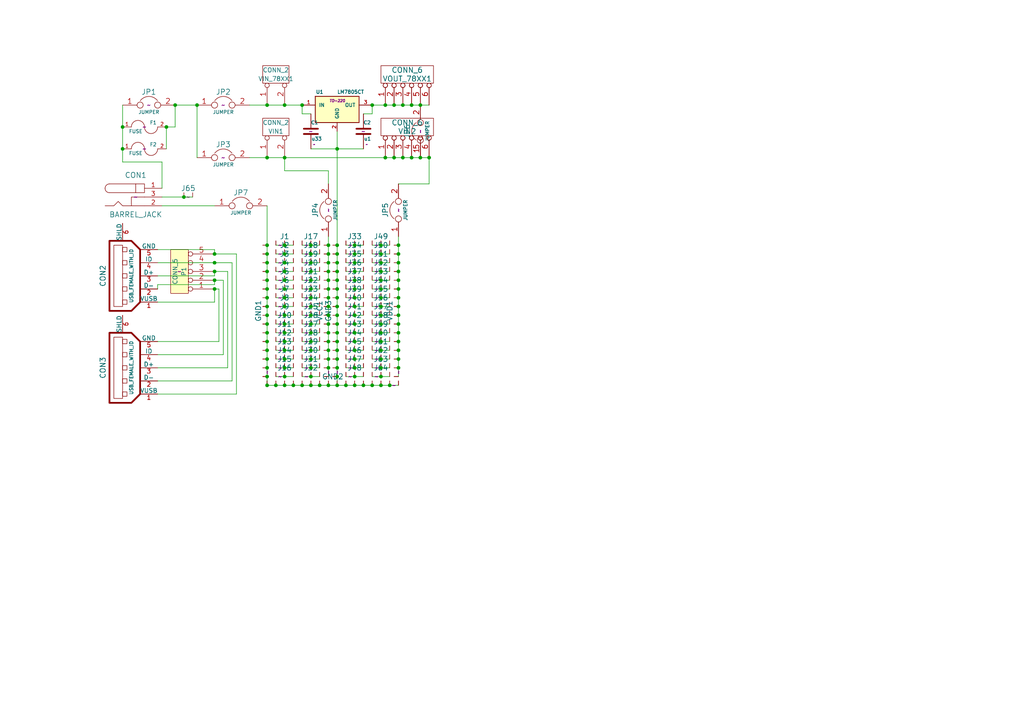
<source format=kicad_sch>
(kicad_sch (version 20230121) (generator eeschema)
  (paper "A4")
  (title_block (date "21 sep 2014"))
  (junction (at 90.17 86.36))
  (junction (at 77.47 86.36))
  (junction (at 90.17 101.6))
  (junction (at 95.25 96.52))
  (junction (at 90.17 83.82))
  (junction (at 90.17 78.74))
  (junction (at 77.47 76.2))
  (junction (at 82.55 45.72))
  (junction (at 77.47 104.14))
  (junction (at 110.49 81.28))
  (junction (at 102.87 91.44))
  (junction (at 95.25 106.68))
  (junction (at 110.49 106.68))
  (junction (at 90.17 111.76))
  (junction (at 107.95 30.48))
  (junction (at 90.17 106.68))
  (junction (at 62.23 81.28))
  (junction (at 110.49 78.74))
  (junction (at 90.17 93.98))
  (junction (at 102.87 104.14))
  (junction (at 82.55 83.82))
  (junction (at 97.79 88.9))
  (junction (at 110.49 99.06))
  (junction (at 115.57 106.68))
  (junction (at 77.47 83.82))
  (junction (at 80.01 111.76))
  (junction (at 77.47 88.9))
  (junction (at 102.87 86.36))
  (junction (at 110.49 93.98))
  (junction (at 62.23 73.66))
  (junction (at 110.49 91.44))
  (junction (at 97.79 109.22))
  (junction (at 102.87 101.6))
  (junction (at 115.57 83.82))
  (junction (at 115.57 88.9))
  (junction (at 110.49 96.52))
  (junction (at 102.87 83.82))
  (junction (at 35.56 36.83))
  (junction (at 116.84 30.48))
  (junction (at 97.79 86.36))
  (junction (at 85.09 111.76))
  (junction (at 82.55 30.48))
  (junction (at 111.76 30.48))
  (junction (at 77.47 93.98))
  (junction (at 97.79 83.82))
  (junction (at 100.33 111.76))
  (junction (at 102.87 81.28))
  (junction (at 97.79 73.66))
  (junction (at 115.57 101.6))
  (junction (at 35.56 43.18))
  (junction (at 53.34 57.15))
  (junction (at 102.87 111.76))
  (junction (at 102.87 88.9))
  (junction (at 110.49 101.6))
  (junction (at 110.49 76.2))
  (junction (at 90.17 96.52))
  (junction (at 82.55 104.14))
  (junction (at 82.55 88.9))
  (junction (at 113.03 111.76))
  (junction (at 87.63 111.76))
  (junction (at 97.79 101.6))
  (junction (at 115.57 73.66))
  (junction (at 77.47 30.48))
  (junction (at 90.17 81.28))
  (junction (at 82.55 101.6))
  (junction (at 107.95 111.76))
  (junction (at 115.57 93.98))
  (junction (at 82.55 106.68))
  (junction (at 92.71 111.76))
  (junction (at 97.79 43.18))
  (junction (at 48.26 36.83))
  (junction (at 110.49 104.14))
  (junction (at 114.3 45.72))
  (junction (at 62.23 78.74))
  (junction (at 102.87 96.52))
  (junction (at 110.49 88.9))
  (junction (at 82.55 111.76))
  (junction (at 110.49 86.36))
  (junction (at 95.25 99.06))
  (junction (at 82.55 109.22))
  (junction (at 102.87 71.12))
  (junction (at 77.47 111.76))
  (junction (at 90.17 91.44))
  (junction (at 121.92 45.72))
  (junction (at 95.25 111.76))
  (junction (at 115.57 81.28))
  (junction (at 102.87 93.98))
  (junction (at 114.3 30.48))
  (junction (at 82.55 93.98))
  (junction (at 77.47 91.44))
  (junction (at 97.79 71.12))
  (junction (at 77.47 99.06))
  (junction (at 77.47 101.6))
  (junction (at 110.49 109.22))
  (junction (at 95.25 71.12))
  (junction (at 102.87 73.66))
  (junction (at 77.47 73.66))
  (junction (at 110.49 111.76))
  (junction (at 105.41 111.76))
  (junction (at 102.87 76.2))
  (junction (at 77.47 71.12))
  (junction (at 111.76 45.72))
  (junction (at 95.25 78.74))
  (junction (at 102.87 78.74))
  (junction (at 82.55 81.28))
  (junction (at 97.79 104.14))
  (junction (at 90.17 109.22))
  (junction (at 95.25 83.82))
  (junction (at 115.57 78.74))
  (junction (at 115.57 86.36))
  (junction (at 97.79 78.74))
  (junction (at 77.47 81.28))
  (junction (at 77.47 106.68))
  (junction (at 90.17 73.66))
  (junction (at 97.79 93.98))
  (junction (at 90.17 104.14))
  (junction (at 97.79 99.06))
  (junction (at 115.57 104.14))
  (junction (at 110.49 83.82))
  (junction (at 102.87 106.68))
  (junction (at 77.47 78.74))
  (junction (at 121.92 30.48))
  (junction (at 82.55 76.2))
  (junction (at 102.87 99.06))
  (junction (at 115.57 71.12))
  (junction (at 110.49 71.12))
  (junction (at 57.15 30.48))
  (junction (at 102.87 109.22))
  (junction (at 90.17 71.12))
  (junction (at 95.25 88.9))
  (junction (at 119.38 30.48))
  (junction (at 62.23 83.82))
  (junction (at 97.79 106.68))
  (junction (at 97.79 76.2))
  (junction (at 97.79 81.28))
  (junction (at 95.25 73.66))
  (junction (at 87.63 30.48))
  (junction (at 95.25 91.44))
  (junction (at 97.79 111.76))
  (junction (at 90.17 76.2))
  (junction (at 50.8 30.48))
  (junction (at 116.84 45.72))
  (junction (at 97.79 96.52))
  (junction (at 95.25 81.28))
  (junction (at 115.57 76.2))
  (junction (at 82.55 86.36))
  (junction (at 77.47 45.72))
  (junction (at 77.47 96.52))
  (junction (at 82.55 73.66))
  (junction (at 95.25 86.36))
  (junction (at 115.57 96.52))
  (junction (at 90.17 99.06))
  (junction (at 82.55 71.12))
  (junction (at 95.25 76.2))
  (junction (at 97.79 91.44))
  (junction (at 95.25 101.6))
  (junction (at 95.25 93.98))
  (junction (at 90.17 88.9))
  (junction (at 77.47 109.22))
  (junction (at 110.49 73.66))
  (junction (at 115.57 91.44))
  (junction (at 115.57 99.06))
  (junction (at 95.25 104.14))
  (junction (at 82.55 78.74))
  (junction (at 82.55 91.44))
  (junction (at 62.23 76.2))
  (junction (at 82.55 99.06))
  (junction (at 82.55 96.52))
  (junction (at 119.38 45.72))
  (junction (at 124.46 45.72))
  (wire (pts (xy 119.38 45.72) (xy 116.84 45.72)))
  (wire (pts (xy 90.17 93.98) (xy 92.71 93.98)))
  (wire (pts (xy 90.17 91.44) (xy 92.71 91.44)))
  (wire (pts (xy 97.79 38.1) (xy 97.79 43.18)))
  (wire (pts (xy 62.23 83.82) (xy 63.5 83.82)))
  (wire (pts (xy 77.47 83.82) (xy 77.47 81.28)))
  (wire (pts (xy 100.33 106.68) (xy 102.87 106.68)))
  (wire (pts (xy 45.72 83.82) (xy 45.72 82.55)))
  (wire (pts (xy 114.3 45.72) (xy 111.76 45.72)))
  (wire (pts (xy 95.25 88.9) (xy 95.25 91.44)))
  (wire (pts (xy 87.63 93.98) (xy 90.17 93.98)))
  (wire (pts (xy 97.79 109.22) (xy 97.79 111.76)))
  (wire (pts (xy 97.79 91.44) (xy 97.79 93.98)))
  (wire (pts (xy 110.49 76.2) (xy 113.03 76.2)))
  (wire (pts (xy 95.25 106.68) (xy 95.25 109.22)))
  (wire (pts (xy 77.47 104.14) (xy 77.47 101.6)))
  (wire (pts (xy 97.79 93.98) (xy 97.79 96.52)))
  (wire (pts (xy 102.87 73.66) (xy 105.41 73.66)))
  (wire (pts (xy 87.63 109.22) (xy 90.17 109.22)))
  (wire (pts (xy 87.63 30.48) (xy 87.63 33.02)))
  (wire (pts (xy 102.87 104.14) (xy 105.41 104.14)))
  (wire (pts (xy 110.49 106.68) (xy 113.03 106.68)))
  (wire (pts (xy 62.23 80.01) (xy 62.23 78.74)))
  (wire (pts (xy 105.41 33.02) (xy 107.95 33.02)))
  (wire (pts (xy 100.33 96.52) (xy 102.87 96.52)))
  (wire (pts (xy 102.87 111.76) (xy 105.41 111.76)))
  (wire (pts (xy 57.15 30.48) (xy 57.15 45.72)))
  (wire (pts (xy 80.01 86.36) (xy 82.55 86.36)))
  (wire (pts (xy 35.56 46.99) (xy 46.99 46.99)))
  (wire (pts (xy 64.77 102.87) (xy 64.77 81.28)))
  (wire (pts (xy 82.55 81.28) (xy 85.09 81.28)))
  (wire (pts (xy 82.55 109.22) (xy 85.09 109.22)))
  (wire (pts (xy 107.95 99.06) (xy 110.49 99.06)))
  (wire (pts (xy 102.87 109.22) (xy 105.41 109.22)))
  (wire (pts (xy 116.84 30.48) (xy 119.38 30.48)))
  (wire (pts (xy 97.79 111.76) (xy 100.33 111.76)))
  (wire (pts (xy 115.57 93.98) (xy 115.57 96.52)))
  (wire (pts (xy 80.01 73.66) (xy 82.55 73.66)))
  (wire (pts (xy 45.72 87.63) (xy 62.23 87.63)))
  (wire (pts (xy 107.95 30.48) (xy 111.76 30.48)))
  (wire (pts (xy 77.47 91.44) (xy 77.47 88.9)))
  (wire (pts (xy 102.87 88.9) (xy 105.41 88.9)))
  (wire (pts (xy 107.95 104.14) (xy 110.49 104.14)))
  (wire (pts (xy 77.47 111.76) (xy 77.47 109.22)))
  (wire (pts (xy 119.38 30.48) (xy 121.92 30.48)))
  (wire (pts (xy 90.17 96.52) (xy 92.71 96.52)))
  (wire (pts (xy 102.87 101.6) (xy 105.41 101.6)))
  (wire (pts (xy 107.95 109.22) (xy 110.49 109.22)))
  (wire (pts (xy 62.23 76.2) (xy 67.31 76.2)))
  (wire (pts (xy 110.49 101.6) (xy 113.03 101.6)))
  (wire (pts (xy 87.63 91.44) (xy 90.17 91.44)))
  (wire (pts (xy 110.49 91.44) (xy 113.03 91.44)))
  (wire (pts (xy 97.79 71.12) (xy 97.79 73.66)))
  (wire (pts (xy 97.79 43.18) (xy 105.41 43.18)))
  (wire (pts (xy 100.33 86.36) (xy 102.87 86.36)))
  (wire (pts (xy 82.55 30.48) (xy 87.63 30.48)))
  (wire (pts (xy 95.25 81.28) (xy 95.25 83.82)))
  (wire (pts (xy 45.72 72.39) (xy 62.23 72.39)))
  (wire (pts (xy 82.55 49.53) (xy 95.25 49.53)))
  (wire (pts (xy 110.49 99.06) (xy 113.03 99.06)))
  (wire (pts (xy 115.57 91.44) (xy 115.57 93.98)))
  (wire (pts (xy 97.79 76.2) (xy 97.79 78.74)))
  (wire (pts (xy 95.25 96.52) (xy 95.25 99.06)))
  (wire (pts (xy 82.55 78.74) (xy 85.09 78.74)))
  (wire (pts (xy 124.46 53.34) (xy 124.46 45.72)))
  (wire (pts (xy 100.33 111.76) (xy 102.87 111.76)))
  (wire (pts (xy 115.57 81.28) (xy 115.57 83.82)))
  (wire (pts (xy 100.33 109.22) (xy 102.87 109.22)))
  (wire (pts (xy 110.49 111.76) (xy 113.03 111.76)))
  (wire (pts (xy 107.95 96.52) (xy 110.49 96.52)))
  (wire (pts (xy 90.17 81.28) (xy 92.71 81.28)))
  (wire (pts (xy 100.33 101.6) (xy 102.87 101.6)))
  (wire (pts (xy 102.87 96.52) (xy 105.41 96.52)))
  (wire (pts (xy 107.95 81.28) (xy 110.49 81.28)))
  (wire (pts (xy 87.63 111.76) (xy 90.17 111.76)))
  (wire (pts (xy 77.47 111.76) (xy 80.01 111.76)))
  (wire (pts (xy 87.63 73.66) (xy 90.17 73.66)))
  (wire (pts (xy 107.95 73.66) (xy 110.49 73.66)))
  (wire (pts (xy 102.87 86.36) (xy 105.41 86.36)))
  (wire (pts (xy 45.72 99.06) (xy 63.5 99.06)))
  (wire (pts (xy 62.23 82.55) (xy 62.23 81.28)))
  (wire (pts (xy 110.49 104.14) (xy 113.03 104.14)))
  (wire (pts (xy 80.01 109.22) (xy 82.55 109.22)))
  (wire (pts (xy 107.95 86.36) (xy 110.49 86.36)))
  (wire (pts (xy 110.49 83.82) (xy 113.03 83.82)))
  (wire (pts (xy 107.95 111.76) (xy 110.49 111.76)))
  (wire (pts (xy 82.55 104.14) (xy 85.09 104.14)))
  (wire (pts (xy 97.79 86.36) (xy 97.79 88.9)))
  (wire (pts (xy 97.79 73.66) (xy 97.79 76.2)))
  (wire (pts (xy 107.95 78.74) (xy 110.49 78.74)))
  (wire (pts (xy 110.49 96.52) (xy 113.03 96.52)))
  (wire (pts (xy 116.84 45.72) (xy 114.3 45.72)))
  (wire (pts (xy 107.95 88.9) (xy 110.49 88.9)))
  (wire (pts (xy 82.55 71.12) (xy 85.09 71.12)))
  (wire (pts (xy 80.01 71.12) (xy 82.55 71.12)))
  (wire (pts (xy 105.41 111.76) (xy 107.95 111.76)))
  (wire (pts (xy 90.17 106.68) (xy 92.71 106.68)))
  (wire (pts (xy 92.71 111.76) (xy 95.25 111.76)))
  (wire (pts (xy 77.47 109.22) (xy 77.47 106.68)))
  (wire (pts (xy 124.46 53.34) (xy 115.57 53.34)))
  (wire (pts (xy 95.25 111.76) (xy 97.79 111.76)))
  (wire (pts (xy 45.72 80.01) (xy 62.23 80.01)))
  (wire (pts (xy 62.23 72.39) (xy 62.23 73.66)))
  (wire (pts (xy 100.33 71.12) (xy 102.87 71.12)))
  (wire (pts (xy 124.46 45.72) (xy 121.92 45.72)))
  (wire (pts (xy 90.17 83.82) (xy 92.71 83.82)))
  (wire (pts (xy 102.87 71.12) (xy 105.41 71.12)))
  (wire (pts (xy 107.95 33.02) (xy 107.95 30.48)))
  (wire (pts (xy 102.87 91.44) (xy 105.41 91.44)))
  (wire (pts (xy 66.04 106.68) (xy 66.04 78.74)))
  (wire (pts (xy 95.25 78.74) (xy 95.25 81.28)))
  (wire (pts (xy 64.77 81.28) (xy 62.23 81.28)))
  (wire (pts (xy 107.95 71.12) (xy 110.49 71.12)))
  (wire (pts (xy 102.87 83.82) (xy 105.41 83.82)))
  (wire (pts (xy 46.99 46.99) (xy 46.99 54.61)))
  (wire (pts (xy 82.55 111.76) (xy 85.09 111.76)))
  (wire (pts (xy 95.25 93.98) (xy 95.25 96.52)))
  (wire (pts (xy 90.17 43.18) (xy 97.79 43.18)))
  (wire (pts (xy 115.57 78.74) (xy 115.57 81.28)))
  (wire (pts (xy 90.17 86.36) (xy 92.71 86.36)))
  (wire (pts (xy 115.57 76.2) (xy 115.57 78.74)))
  (wire (pts (xy 90.17 101.6) (xy 92.71 101.6)))
  (wire (pts (xy 67.31 110.49) (xy 45.72 110.49)))
  (wire (pts (xy 102.87 76.2) (xy 105.41 76.2)))
  (wire (pts (xy 110.49 71.12) (xy 113.03 71.12)))
  (wire (pts (xy 102.87 93.98) (xy 105.41 93.98)))
  (wire (pts (xy 90.17 99.06) (xy 92.71 99.06)))
  (wire (pts (xy 95.25 104.14) (xy 95.25 106.68)))
  (wire (pts (xy 97.79 43.18) (xy 97.79 71.12)))
  (wire (pts (xy 102.87 81.28) (xy 105.41 81.28)))
  (wire (pts (xy 110.49 109.22) (xy 113.03 109.22)))
  (wire (pts (xy 80.01 88.9) (xy 82.55 88.9)))
  (wire (pts (xy 102.87 78.74) (xy 105.41 78.74)))
  (wire (pts (xy 77.47 30.48) (xy 82.55 30.48)))
  (wire (pts (xy 107.95 106.68) (xy 110.49 106.68)))
  (wire (pts (xy 80.01 81.28) (xy 82.55 81.28)))
  (wire (pts (xy 50.8 36.83) (xy 48.26 36.83)))
  (wire (pts (xy 82.55 45.72) (xy 82.55 49.53)))
  (wire (pts (xy 95.25 83.82) (xy 95.25 86.36)))
  (wire (pts (xy 82.55 45.72) (xy 77.47 45.72)))
  (wire (pts (xy 100.33 76.2) (xy 102.87 76.2)))
  (wire (pts (xy 82.55 106.68) (xy 85.09 106.68)))
  (wire (pts (xy 77.47 88.9) (xy 77.47 86.36)))
  (wire (pts (xy 100.33 88.9) (xy 102.87 88.9)))
  (wire (pts (xy 107.95 76.2) (xy 110.49 76.2)))
  (wire (pts (xy 110.49 73.66) (xy 113.03 73.66)))
  (wire (pts (xy 90.17 73.66) (xy 92.71 73.66)))
  (wire (pts (xy 72.39 30.48) (xy 77.47 30.48)))
  (wire (pts (xy 80.01 93.98) (xy 82.55 93.98)))
  (wire (pts (xy 82.55 83.82) (xy 85.09 83.82)))
  (wire (pts (xy 50.8 30.48) (xy 57.15 30.48)))
  (wire (pts (xy 121.92 45.72) (xy 119.38 45.72)))
  (wire (pts (xy 87.63 106.68) (xy 90.17 106.68)))
  (wire (pts (xy 80.01 78.74) (xy 82.55 78.74)))
  (wire (pts (xy 68.58 114.3) (xy 68.58 73.66)))
  (wire (pts (xy 110.49 78.74) (xy 113.03 78.74)))
  (wire (pts (xy 115.57 106.68) (xy 115.57 109.22)))
  (wire (pts (xy 87.63 81.28) (xy 90.17 81.28)))
  (wire (pts (xy 82.55 101.6) (xy 85.09 101.6)))
  (wire (pts (xy 90.17 104.14) (xy 92.71 104.14)))
  (wire (pts (xy 111.76 30.48) (xy 114.3 30.48)))
  (wire (pts (xy 110.49 88.9) (xy 113.03 88.9)))
  (wire (pts (xy 77.47 86.36) (xy 77.47 83.82)))
  (wire (pts (xy 100.33 78.74) (xy 102.87 78.74)))
  (wire (pts (xy 115.57 73.66) (xy 115.57 76.2)))
  (wire (pts (xy 80.01 91.44) (xy 82.55 91.44)))
  (wire (pts (xy 77.47 76.2) (xy 77.47 73.66)))
  (wire (pts (xy 63.5 99.06) (xy 63.5 83.82)))
  (wire (pts (xy 45.72 76.2) (xy 62.23 76.2)))
  (wire (pts (xy 87.63 33.02) (xy 90.17 33.02)))
  (wire (pts (xy 110.49 81.28) (xy 113.03 81.28)))
  (wire (pts (xy 35.56 43.18) (xy 35.56 46.99)))
  (wire (pts (xy 90.17 109.22) (xy 92.71 109.22)))
  (wire (pts (xy 97.79 101.6) (xy 97.79 104.14)))
  (wire (pts (xy 87.63 99.06) (xy 90.17 99.06)))
  (wire (pts (xy 115.57 101.6) (xy 115.57 104.14)))
  (wire (pts (xy 107.95 101.6) (xy 110.49 101.6)))
  (wire (pts (xy 90.17 78.74) (xy 92.71 78.74)))
  (wire (pts (xy 100.33 81.28) (xy 102.87 81.28)))
  (wire (pts (xy 115.57 99.06) (xy 115.57 101.6)))
  (wire (pts (xy 100.33 104.14) (xy 102.87 104.14)))
  (wire (pts (xy 87.63 71.12) (xy 90.17 71.12)))
  (wire (pts (xy 50.8 30.48) (xy 50.8 36.83)))
  (wire (pts (xy 87.63 86.36) (xy 90.17 86.36)))
  (wire (pts (xy 113.03 111.76) (xy 115.57 111.76)))
  (wire (pts (xy 110.49 93.98) (xy 113.03 93.98)))
  (wire (pts (xy 80.01 96.52) (xy 82.55 96.52)))
  (wire (pts (xy 80.01 106.68) (xy 82.55 106.68)))
  (wire (pts (xy 100.33 99.06) (xy 102.87 99.06)))
  (wire (pts (xy 97.79 96.52) (xy 97.79 99.06)))
  (wire (pts (xy 114.3 30.48) (xy 116.84 30.48)))
  (wire (pts (xy 77.47 45.72) (xy 72.39 45.72)))
  (wire (pts (xy 67.31 76.2) (xy 67.31 110.49)))
  (wire (pts (xy 97.79 106.68) (xy 97.79 109.22)))
  (wire (pts (xy 90.17 111.76) (xy 92.71 111.76)))
  (wire (pts (xy 82.55 93.98) (xy 85.09 93.98)))
  (wire (pts (xy 95.25 73.66) (xy 95.25 76.2)))
  (wire (pts (xy 87.63 88.9) (xy 90.17 88.9)))
  (wire (pts (xy 77.47 101.6) (xy 77.47 99.06)))
  (wire (pts (xy 111.76 45.72) (xy 82.55 45.72)))
  (wire (pts (xy 48.26 43.18) (xy 48.26 36.83)))
  (wire (pts (xy 80.01 99.06) (xy 82.55 99.06)))
  (wire (pts (xy 110.49 86.36) (xy 113.03 86.36)))
  (wire (pts (xy 121.92 30.48) (xy 124.46 30.48)))
  (wire (pts (xy 85.09 111.76) (xy 87.63 111.76)))
  (wire (pts (xy 77.47 78.74) (xy 77.47 76.2)))
  (wire (pts (xy 82.55 96.52) (xy 85.09 96.52)))
  (wire (pts (xy 97.79 88.9) (xy 97.79 91.44)))
  (wire (pts (xy 102.87 99.06) (xy 105.41 99.06)))
  (wire (pts (xy 82.55 88.9) (xy 85.09 88.9)))
  (wire (pts (xy 90.17 71.12) (xy 92.71 71.12)))
  (wire (pts (xy 95.25 91.44) (xy 95.25 93.98)))
  (wire (pts (xy 82.55 99.06) (xy 85.09 99.06)))
  (wire (pts (xy 97.79 78.74) (xy 97.79 81.28)))
  (wire (pts (xy 77.47 106.68) (xy 77.47 104.14)))
  (wire (pts (xy 100.33 93.98) (xy 102.87 93.98)))
  (wire (pts (xy 95.25 49.53) (xy 95.25 53.34)))
  (wire (pts (xy 87.63 76.2) (xy 90.17 76.2)))
  (wire (pts (xy 97.79 104.14) (xy 97.79 106.68)))
  (wire (pts (xy 45.72 114.3) (xy 68.58 114.3)))
  (wire (pts (xy 107.95 93.98) (xy 110.49 93.98)))
  (wire (pts (xy 90.17 88.9) (xy 92.71 88.9)))
  (wire (pts (xy 115.57 83.82) (xy 115.57 86.36)))
  (wire (pts (xy 77.47 96.52) (xy 77.47 93.98)))
  (wire (pts (xy 45.72 82.55) (xy 62.23 82.55)))
  (wire (pts (xy 46.99 59.69) (xy 62.23 59.69)))
  (wire (pts (xy 95.25 101.6) (xy 95.25 104.14)))
  (wire (pts (xy 100.33 83.82) (xy 102.87 83.82)))
  (wire (pts (xy 97.79 83.82) (xy 97.79 86.36)))
  (wire (pts (xy 115.57 96.52) (xy 115.57 99.06)))
  (wire (pts (xy 62.23 87.63) (xy 62.23 83.82)))
  (wire (pts (xy 35.56 36.83) (xy 35.56 43.18)))
  (wire (pts (xy 115.57 88.9) (xy 115.57 91.44)))
  (wire (pts (xy 97.79 99.06) (xy 97.79 101.6)))
  (wire (pts (xy 115.57 68.58) (xy 115.57 71.12)))
  (wire (pts (xy 66.04 106.68) (xy 45.72 106.68)))
  (wire (pts (xy 95.25 71.12) (xy 95.25 73.66)))
  (wire (pts (xy 77.47 71.12) (xy 77.47 59.69)))
  (wire (pts (xy 77.47 81.28) (xy 77.47 78.74)))
  (wire (pts (xy 80.01 111.76) (xy 82.55 111.76)))
  (wire (pts (xy 95.25 68.58) (xy 95.25 71.12)))
  (wire (pts (xy 100.33 73.66) (xy 102.87 73.66)))
  (wire (pts (xy 97.79 81.28) (xy 97.79 83.82)))
  (wire (pts (xy 68.58 73.66) (xy 62.23 73.66)))
  (wire (pts (xy 80.01 104.14) (xy 82.55 104.14)))
  (wire (pts (xy 80.01 76.2) (xy 82.55 76.2)))
  (wire (pts (xy 53.34 57.15) (xy 55.88 57.15)))
  (wire (pts (xy 95.25 76.2) (xy 95.25 78.74)))
  (wire (pts (xy 64.77 102.87) (xy 45.72 102.87)))
  (wire (pts (xy 87.63 104.14) (xy 90.17 104.14)))
  (wire (pts (xy 66.04 78.74) (xy 62.23 78.74)))
  (wire (pts (xy 77.47 99.06) (xy 77.47 96.52)))
  (wire (pts (xy 82.55 73.66) (xy 85.09 73.66)))
  (wire (pts (xy 46.99 57.15) (xy 53.34 57.15)))
  (wire (pts (xy 87.63 101.6) (xy 90.17 101.6)))
  (wire (pts (xy 115.57 71.12) (xy 115.57 73.66)))
  (wire (pts (xy 102.87 106.68) (xy 105.41 106.68)))
  (wire (pts (xy 77.47 73.66) (xy 77.47 71.12)))
  (wire (pts (xy 107.95 83.82) (xy 110.49 83.82)))
  (wire (pts (xy 80.01 83.82) (xy 82.55 83.82)))
  (wire (pts (xy 90.17 76.2) (xy 92.71 76.2)))
  (wire (pts (xy 100.33 91.44) (xy 102.87 91.44)))
  (wire (pts (xy 87.63 96.52) (xy 90.17 96.52)))
  (wire (pts (xy 87.63 78.74) (xy 90.17 78.74)))
  (wire (pts (xy 95.25 99.06) (xy 95.25 101.6)))
  (wire (pts (xy 82.55 91.44) (xy 85.09 91.44)))
  (wire (pts (xy 115.57 86.36) (xy 115.57 88.9)))
  (wire (pts (xy 82.55 76.2) (xy 85.09 76.2)))
  (wire (pts (xy 82.55 86.36) (xy 85.09 86.36)))
  (wire (pts (xy 87.63 83.82) (xy 90.17 83.82)))
  (wire (pts (xy 80.01 101.6) (xy 82.55 101.6)))
  (wire (pts (xy 77.47 93.98) (xy 77.47 91.44)))
  (wire (pts (xy 35.56 30.48) (xy 35.56 36.83)))
  (wire (pts (xy 115.57 104.14) (xy 115.57 106.68)))
  (wire (pts (xy 107.95 91.44) (xy 110.49 91.44)))
  (wire (pts (xy 95.25 86.36) (xy 95.25 88.9)))
  (symbol (lib_id "50x50_protoboard-rescue:INTERCONNECT_1X16") (at 77.47 90.17 90) (unit 1)
    (property "Reference" "GND1" (at 74.93 90.17 0) (effects (font (size 1.524 1.524))))
    (property "Value" "INTERCONNECT_1X16" (effects hide))
    (property "Footprint" "~" (at 77.47 107.95 0) (effects (font (size 1.524 1.524))))
    (property "Datasheet" "~" (at 77.47 107.95 0) (effects (font (size 1.524 1.524))))
  )
  (symbol (lib_id "50x50_protoboard-rescue:INTERCONNECT_1X16") (at 96.52 111.76 0) (mirror y) (unit 1)
    (property "Reference" "GND2" (at 96.52 109.22 0) (effects (font (size 1.524 1.524))))
    (property "Value" "INTERCONNECT_1X16" (effects hide))
    (property "Footprint" "~" (at 114.3 111.76 0) (effects (font (size 1.524 1.524))))
    (property "Datasheet" "~" (at 114.3 111.76 0) (effects (font (size 1.524 1.524))))
  )
  (symbol (lib_id "50x50_protoboard-rescue:INTERCONNECT_1X16") (at 115.57 90.17 90) (unit 1)
    (property "Reference" "VDD1" (at 113.03 90.17 0) (effects (font (size 1.524 1.524))))
    (property "Value" "INTERCONNECT_1X16" (effects hide))
    (property "Footprint" "~" (at 115.57 107.95 0) (effects (font (size 1.524 1.524))))
    (property "Datasheet" "~" (at 115.57 107.95 0) (effects (font (size 1.524 1.524))))
  )
  (symbol (lib_id "50x50_protoboard-rescue:INTERCONNECT_1X16") (at 95.25 90.17 90) (unit 1)
    (property "Reference" "VCC1" (at 92.71 90.17 0) (effects (font (size 1.524 1.524))))
    (property "Value" "INTERCONNECT_1X16" (effects hide))
    (property "Footprint" "~" (at 95.25 107.95 0) (effects (font (size 1.524 1.524))))
    (property "Datasheet" "~" (at 95.25 107.95 0) (effects (font (size 1.524 1.524))))
  )
  (symbol (lib_id "50x50_protoboard-rescue:INTERCONNECT_1X16") (at 97.79 90.17 90) (unit 1)
    (property "Reference" "GND3" (at 95.25 90.17 0) (effects (font (size 1.524 1.524))))
    (property "Value" "INTERCONNECT_1X16" (effects hide))
    (property "Footprint" "~" (at 97.79 107.95 0) (effects (font (size 1.524 1.524))))
    (property "Datasheet" "~" (at 97.79 107.95 0) (effects (font (size 1.524 1.524))))
  )
  (symbol (lib_id "50x50_protoboard-rescue:INTERCONNECT_1X03") (at 82.55 71.12 0) (unit 1)
    (property "Reference" "J1" (at 82.55 68.58 0) (effects (font (size 1.524 1.524))))
    (property "Value" "INTERCONNECT_1X03" (effects hide))
    (property "Footprint" "~" (at 81.28 71.12 0) (effects (font (size 1.524 1.524))))
    (property "Datasheet" "~" (at 81.28 71.12 0) (effects (font (size 1.524 1.524))))
  )
  (symbol (lib_id "50x50_protoboard-rescue:INTERCONNECT_1X03") (at 90.17 71.12 0) (unit 1)
    (property "Reference" "J17" (at 90.17 68.58 0) (effects (font (size 1.524 1.524))))
    (property "Value" "INTERCONNECT_1X03" (effects hide))
    (property "Footprint" "~" (at 88.9 71.12 0) (effects (font (size 1.524 1.524))))
    (property "Datasheet" "~" (at 88.9 71.12 0) (effects (font (size 1.524 1.524))))
  )
  (symbol (lib_id "50x50_protoboard-rescue:INTERCONNECT_1X03") (at 82.55 73.66 0) (unit 1)
    (property "Reference" "J2" (at 82.55 71.12 0) (effects (font (size 1.524 1.524))))
    (property "Value" "INTERCONNECT_1X03" (effects hide))
    (property "Footprint" "~" (at 81.28 73.66 0) (effects (font (size 1.524 1.524))))
    (property "Datasheet" "~" (at 81.28 73.66 0) (effects (font (size 1.524 1.524))))
  )
  (symbol (lib_id "50x50_protoboard-rescue:INTERCONNECT_1X03") (at 90.17 73.66 0) (unit 1)
    (property "Reference" "J18" (at 90.17 71.12 0) (effects (font (size 1.524 1.524))))
    (property "Value" "INTERCONNECT_1X03" (effects hide))
    (property "Footprint" "~" (at 88.9 73.66 0) (effects (font (size 1.524 1.524))))
    (property "Datasheet" "~" (at 88.9 73.66 0) (effects (font (size 1.524 1.524))))
  )
  (symbol (lib_id "50x50_protoboard-rescue:INTERCONNECT_1X03") (at 82.55 76.2 0) (unit 1)
    (property "Reference" "J3" (at 82.55 73.66 0) (effects (font (size 1.524 1.524))))
    (property "Value" "INTERCONNECT_1X03" (effects hide))
    (property "Footprint" "~" (at 81.28 76.2 0) (effects (font (size 1.524 1.524))))
    (property "Datasheet" "~" (at 81.28 76.2 0) (effects (font (size 1.524 1.524))))
  )
  (symbol (lib_id "50x50_protoboard-rescue:INTERCONNECT_1X03") (at 90.17 76.2 0) (unit 1)
    (property "Reference" "J19" (at 90.17 73.66 0) (effects (font (size 1.524 1.524))))
    (property "Value" "INTERCONNECT_1X03" (effects hide))
    (property "Footprint" "~" (at 88.9 76.2 0) (effects (font (size 1.524 1.524))))
    (property "Datasheet" "~" (at 88.9 76.2 0) (effects (font (size 1.524 1.524))))
  )
  (symbol (lib_id "50x50_protoboard-rescue:INTERCONNECT_1X03") (at 82.55 78.74 0) (unit 1)
    (property "Reference" "J4" (at 82.55 76.2 0) (effects (font (size 1.524 1.524))))
    (property "Value" "INTERCONNECT_1X03" (effects hide))
    (property "Footprint" "~" (at 81.28 78.74 0) (effects (font (size 1.524 1.524))))
    (property "Datasheet" "~" (at 81.28 78.74 0) (effects (font (size 1.524 1.524))))
  )
  (symbol (lib_id "50x50_protoboard-rescue:INTERCONNECT_1X03") (at 90.17 78.74 0) (unit 1)
    (property "Reference" "J20" (at 90.17 76.2 0) (effects (font (size 1.524 1.524))))
    (property "Value" "INTERCONNECT_1X03" (effects hide))
    (property "Footprint" "~" (at 88.9 78.74 0) (effects (font (size 1.524 1.524))))
    (property "Datasheet" "~" (at 88.9 78.74 0) (effects (font (size 1.524 1.524))))
  )
  (symbol (lib_id "50x50_protoboard-rescue:INTERCONNECT_1X03") (at 82.55 81.28 0) (unit 1)
    (property "Reference" "J5" (at 82.55 78.74 0) (effects (font (size 1.524 1.524))))
    (property "Value" "INTERCONNECT_1X03" (effects hide))
    (property "Footprint" "~" (at 81.28 81.28 0) (effects (font (size 1.524 1.524))))
    (property "Datasheet" "~" (at 81.28 81.28 0) (effects (font (size 1.524 1.524))))
  )
  (symbol (lib_id "50x50_protoboard-rescue:INTERCONNECT_1X03") (at 90.17 81.28 0) (unit 1)
    (property "Reference" "J21" (at 90.17 78.74 0) (effects (font (size 1.524 1.524))))
    (property "Value" "INTERCONNECT_1X03" (effects hide))
    (property "Footprint" "~" (at 88.9 81.28 0) (effects (font (size 1.524 1.524))))
    (property "Datasheet" "~" (at 88.9 81.28 0) (effects (font (size 1.524 1.524))))
  )
  (symbol (lib_id "50x50_protoboard-rescue:INTERCONNECT_1X03") (at 82.55 83.82 0) (unit 1)
    (property "Reference" "J6" (at 82.55 81.28 0) (effects (font (size 1.524 1.524))))
    (property "Value" "INTERCONNECT_1X03" (effects hide))
    (property "Footprint" "~" (at 81.28 83.82 0) (effects (font (size 1.524 1.524))))
    (property "Datasheet" "~" (at 81.28 83.82 0) (effects (font (size 1.524 1.524))))
  )
  (symbol (lib_id "50x50_protoboard-rescue:INTERCONNECT_1X03") (at 90.17 83.82 0) (unit 1)
    (property "Reference" "J22" (at 90.17 81.28 0) (effects (font (size 1.524 1.524))))
    (property "Value" "INTERCONNECT_1X03" (effects hide))
    (property "Footprint" "~" (at 88.9 83.82 0) (effects (font (size 1.524 1.524))))
    (property "Datasheet" "~" (at 88.9 83.82 0) (effects (font (size 1.524 1.524))))
  )
  (symbol (lib_id "50x50_protoboard-rescue:INTERCONNECT_1X03") (at 82.55 86.36 0) (unit 1)
    (property "Reference" "J7" (at 82.55 83.82 0) (effects (font (size 1.524 1.524))))
    (property "Value" "INTERCONNECT_1X03" (effects hide))
    (property "Footprint" "~" (at 81.28 86.36 0) (effects (font (size 1.524 1.524))))
    (property "Datasheet" "~" (at 81.28 86.36 0) (effects (font (size 1.524 1.524))))
  )
  (symbol (lib_id "50x50_protoboard-rescue:INTERCONNECT_1X03") (at 90.17 86.36 0) (unit 1)
    (property "Reference" "J23" (at 90.17 83.82 0) (effects (font (size 1.524 1.524))))
    (property "Value" "INTERCONNECT_1X03" (effects hide))
    (property "Footprint" "~" (at 88.9 86.36 0) (effects (font (size 1.524 1.524))))
    (property "Datasheet" "~" (at 88.9 86.36 0) (effects (font (size 1.524 1.524))))
  )
  (symbol (lib_id "50x50_protoboard-rescue:INTERCONNECT_1X03") (at 82.55 88.9 0) (unit 1)
    (property "Reference" "J8" (at 82.55 86.36 0) (effects (font (size 1.524 1.524))))
    (property "Value" "INTERCONNECT_1X03" (effects hide))
    (property "Footprint" "~" (at 81.28 88.9 0) (effects (font (size 1.524 1.524))))
    (property "Datasheet" "~" (at 81.28 88.9 0) (effects (font (size 1.524 1.524))))
  )
  (symbol (lib_id "50x50_protoboard-rescue:INTERCONNECT_1X03") (at 90.17 88.9 0) (unit 1)
    (property "Reference" "J24" (at 90.17 86.36 0) (effects (font (size 1.524 1.524))))
    (property "Value" "INTERCONNECT_1X03" (effects hide))
    (property "Footprint" "~" (at 88.9 88.9 0) (effects (font (size 1.524 1.524))))
    (property "Datasheet" "~" (at 88.9 88.9 0) (effects (font (size 1.524 1.524))))
  )
  (symbol (lib_id "50x50_protoboard-rescue:INTERCONNECT_1X03") (at 82.55 91.44 0) (unit 1)
    (property "Reference" "J9" (at 82.55 88.9 0) (effects (font (size 1.524 1.524))))
    (property "Value" "INTERCONNECT_1X03" (effects hide))
    (property "Footprint" "~" (at 81.28 91.44 0) (effects (font (size 1.524 1.524))))
    (property "Datasheet" "~" (at 81.28 91.44 0) (effects (font (size 1.524 1.524))))
  )
  (symbol (lib_id "50x50_protoboard-rescue:INTERCONNECT_1X03") (at 90.17 91.44 0) (unit 1)
    (property "Reference" "J25" (at 90.17 88.9 0) (effects (font (size 1.524 1.524))))
    (property "Value" "INTERCONNECT_1X03" (effects hide))
    (property "Footprint" "~" (at 88.9 91.44 0) (effects (font (size 1.524 1.524))))
    (property "Datasheet" "~" (at 88.9 91.44 0) (effects (font (size 1.524 1.524))))
  )
  (symbol (lib_id "50x50_protoboard-rescue:INTERCONNECT_1X03") (at 82.55 93.98 0) (unit 1)
    (property "Reference" "J10" (at 82.55 91.44 0) (effects (font (size 1.524 1.524))))
    (property "Value" "INTERCONNECT_1X03" (effects hide))
    (property "Footprint" "~" (at 81.28 93.98 0) (effects (font (size 1.524 1.524))))
    (property "Datasheet" "~" (at 81.28 93.98 0) (effects (font (size 1.524 1.524))))
  )
  (symbol (lib_id "50x50_protoboard-rescue:INTERCONNECT_1X03") (at 90.17 93.98 0) (unit 1)
    (property "Reference" "J26" (at 90.17 91.44 0) (effects (font (size 1.524 1.524))))
    (property "Value" "INTERCONNECT_1X03" (effects hide))
    (property "Footprint" "~" (at 88.9 93.98 0) (effects (font (size 1.524 1.524))))
    (property "Datasheet" "~" (at 88.9 93.98 0) (effects (font (size 1.524 1.524))))
  )
  (symbol (lib_id "50x50_protoboard-rescue:INTERCONNECT_1X03") (at 82.55 96.52 0) (unit 1)
    (property "Reference" "J11" (at 82.55 93.98 0) (effects (font (size 1.524 1.524))))
    (property "Value" "INTERCONNECT_1X03" (effects hide))
    (property "Footprint" "~" (at 81.28 96.52 0) (effects (font (size 1.524 1.524))))
    (property "Datasheet" "~" (at 81.28 96.52 0) (effects (font (size 1.524 1.524))))
  )
  (symbol (lib_id "50x50_protoboard-rescue:INTERCONNECT_1X03") (at 90.17 96.52 0) (unit 1)
    (property "Reference" "J27" (at 90.17 93.98 0) (effects (font (size 1.524 1.524))))
    (property "Value" "INTERCONNECT_1X03" (effects hide))
    (property "Footprint" "~" (at 88.9 96.52 0) (effects (font (size 1.524 1.524))))
    (property "Datasheet" "~" (at 88.9 96.52 0) (effects (font (size 1.524 1.524))))
  )
  (symbol (lib_id "50x50_protoboard-rescue:INTERCONNECT_1X03") (at 82.55 99.06 0) (unit 1)
    (property "Reference" "J12" (at 82.55 96.52 0) (effects (font (size 1.524 1.524))))
    (property "Value" "INTERCONNECT_1X03" (effects hide))
    (property "Footprint" "~" (at 81.28 99.06 0) (effects (font (size 1.524 1.524))))
    (property "Datasheet" "~" (at 81.28 99.06 0) (effects (font (size 1.524 1.524))))
  )
  (symbol (lib_id "50x50_protoboard-rescue:INTERCONNECT_1X03") (at 90.17 99.06 0) (unit 1)
    (property "Reference" "J28" (at 90.17 96.52 0) (effects (font (size 1.524 1.524))))
    (property "Value" "INTERCONNECT_1X03" (effects hide))
    (property "Footprint" "~" (at 88.9 99.06 0) (effects (font (size 1.524 1.524))))
    (property "Datasheet" "~" (at 88.9 99.06 0) (effects (font (size 1.524 1.524))))
  )
  (symbol (lib_id "50x50_protoboard-rescue:INTERCONNECT_1X03") (at 82.55 101.6 0) (unit 1)
    (property "Reference" "J13" (at 82.55 99.06 0) (effects (font (size 1.524 1.524))))
    (property "Value" "INTERCONNECT_1X03" (effects hide))
    (property "Footprint" "~" (at 81.28 101.6 0) (effects (font (size 1.524 1.524))))
    (property "Datasheet" "~" (at 81.28 101.6 0) (effects (font (size 1.524 1.524))))
  )
  (symbol (lib_id "50x50_protoboard-rescue:INTERCONNECT_1X03") (at 90.17 101.6 0) (unit 1)
    (property "Reference" "J29" (at 90.17 99.06 0) (effects (font (size 1.524 1.524))))
    (property "Value" "INTERCONNECT_1X03" (effects hide))
    (property "Footprint" "~" (at 88.9 101.6 0) (effects (font (size 1.524 1.524))))
    (property "Datasheet" "~" (at 88.9 101.6 0) (effects (font (size 1.524 1.524))))
  )
  (symbol (lib_id "50x50_protoboard-rescue:INTERCONNECT_1X03") (at 82.55 104.14 0) (unit 1)
    (property "Reference" "J14" (at 82.55 101.6 0) (effects (font (size 1.524 1.524))))
    (property "Value" "INTERCONNECT_1X03" (effects hide))
    (property "Footprint" "~" (at 81.28 104.14 0) (effects (font (size 1.524 1.524))))
    (property "Datasheet" "~" (at 81.28 104.14 0) (effects (font (size 1.524 1.524))))
  )
  (symbol (lib_id "50x50_protoboard-rescue:INTERCONNECT_1X03") (at 90.17 104.14 0) (unit 1)
    (property "Reference" "J30" (at 90.17 101.6 0) (effects (font (size 1.524 1.524))))
    (property "Value" "INTERCONNECT_1X03" (effects hide))
    (property "Footprint" "~" (at 88.9 104.14 0) (effects (font (size 1.524 1.524))))
    (property "Datasheet" "~" (at 88.9 104.14 0) (effects (font (size 1.524 1.524))))
  )
  (symbol (lib_id "50x50_protoboard-rescue:INTERCONNECT_1X03") (at 82.55 106.68 0) (unit 1)
    (property "Reference" "J15" (at 82.55 104.14 0) (effects (font (size 1.524 1.524))))
    (property "Value" "INTERCONNECT_1X03" (effects hide))
    (property "Footprint" "~" (at 81.28 106.68 0) (effects (font (size 1.524 1.524))))
    (property "Datasheet" "~" (at 81.28 106.68 0) (effects (font (size 1.524 1.524))))
  )
  (symbol (lib_id "50x50_protoboard-rescue:INTERCONNECT_1X03") (at 90.17 106.68 0) (unit 1)
    (property "Reference" "J31" (at 90.17 104.14 0) (effects (font (size 1.524 1.524))))
    (property "Value" "INTERCONNECT_1X03" (effects hide))
    (property "Footprint" "~" (at 88.9 106.68 0) (effects (font (size 1.524 1.524))))
    (property "Datasheet" "~" (at 88.9 106.68 0) (effects (font (size 1.524 1.524))))
  )
  (symbol (lib_id "50x50_protoboard-rescue:INTERCONNECT_1X03") (at 82.55 109.22 0) (unit 1)
    (property "Reference" "J16" (at 82.55 106.68 0) (effects (font (size 1.524 1.524))))
    (property "Value" "INTERCONNECT_1X03" (effects hide))
    (property "Footprint" "~" (at 81.28 109.22 0) (effects (font (size 1.524 1.524))))
    (property "Datasheet" "~" (at 81.28 109.22 0) (effects (font (size 1.524 1.524))))
  )
  (symbol (lib_id "50x50_protoboard-rescue:INTERCONNECT_1X03") (at 90.17 109.22 0) (unit 1)
    (property "Reference" "J32" (at 90.17 106.68 0) (effects (font (size 1.524 1.524))))
    (property "Value" "INTERCONNECT_1X03" (effects hide))
    (property "Footprint" "~" (at 88.9 109.22 0) (effects (font (size 1.524 1.524))))
    (property "Datasheet" "~" (at 88.9 109.22 0) (effects (font (size 1.524 1.524))))
  )
  (symbol (lib_id "50x50_protoboard-rescue:INTERCONNECT_1X03") (at 102.87 71.12 0) (unit 1)
    (property "Reference" "J33" (at 102.87 68.58 0) (effects (font (size 1.524 1.524))))
    (property "Value" "INTERCONNECT_1X03" (effects hide))
    (property "Footprint" "~" (at 101.6 71.12 0) (effects (font (size 1.524 1.524))))
    (property "Datasheet" "~" (at 101.6 71.12 0) (effects (font (size 1.524 1.524))))
  )
  (symbol (lib_id "50x50_protoboard-rescue:INTERCONNECT_1X03") (at 110.49 71.12 0) (unit 1)
    (property "Reference" "J49" (at 110.49 68.58 0) (effects (font (size 1.524 1.524))))
    (property "Value" "INTERCONNECT_1X03" (effects hide))
    (property "Footprint" "~" (at 109.22 71.12 0) (effects (font (size 1.524 1.524))))
    (property "Datasheet" "~" (at 109.22 71.12 0) (effects (font (size 1.524 1.524))))
  )
  (symbol (lib_id "50x50_protoboard-rescue:INTERCONNECT_1X03") (at 102.87 73.66 0) (unit 1)
    (property "Reference" "J34" (at 102.87 71.12 0) (effects (font (size 1.524 1.524))))
    (property "Value" "INTERCONNECT_1X03" (effects hide))
    (property "Footprint" "~" (at 101.6 73.66 0) (effects (font (size 1.524 1.524))))
    (property "Datasheet" "~" (at 101.6 73.66 0) (effects (font (size 1.524 1.524))))
  )
  (symbol (lib_id "50x50_protoboard-rescue:INTERCONNECT_1X03") (at 110.49 73.66 0) (unit 1)
    (property "Reference" "J50" (at 110.49 71.12 0) (effects (font (size 1.524 1.524))))
    (property "Value" "INTERCONNECT_1X03" (effects hide))
    (property "Footprint" "~" (at 109.22 73.66 0) (effects (font (size 1.524 1.524))))
    (property "Datasheet" "~" (at 109.22 73.66 0) (effects (font (size 1.524 1.524))))
  )
  (symbol (lib_id "50x50_protoboard-rescue:INTERCONNECT_1X03") (at 102.87 76.2 0) (unit 1)
    (property "Reference" "J35" (at 102.87 73.66 0) (effects (font (size 1.524 1.524))))
    (property "Value" "INTERCONNECT_1X03" (effects hide))
    (property "Footprint" "~" (at 101.6 76.2 0) (effects (font (size 1.524 1.524))))
    (property "Datasheet" "~" (at 101.6 76.2 0) (effects (font (size 1.524 1.524))))
  )
  (symbol (lib_id "50x50_protoboard-rescue:INTERCONNECT_1X03") (at 110.49 76.2 0) (unit 1)
    (property "Reference" "J51" (at 110.49 73.66 0) (effects (font (size 1.524 1.524))))
    (property "Value" "INTERCONNECT_1X03" (effects hide))
    (property "Footprint" "~" (at 109.22 76.2 0) (effects (font (size 1.524 1.524))))
    (property "Datasheet" "~" (at 109.22 76.2 0) (effects (font (size 1.524 1.524))))
  )
  (symbol (lib_id "50x50_protoboard-rescue:INTERCONNECT_1X03") (at 102.87 78.74 0) (unit 1)
    (property "Reference" "J36" (at 102.87 76.2 0) (effects (font (size 1.524 1.524))))
    (property "Value" "INTERCONNECT_1X03" (effects hide))
    (property "Footprint" "~" (at 101.6 78.74 0) (effects (font (size 1.524 1.524))))
    (property "Datasheet" "~" (at 101.6 78.74 0) (effects (font (size 1.524 1.524))))
  )
  (symbol (lib_id "50x50_protoboard-rescue:INTERCONNECT_1X03") (at 110.49 78.74 0) (unit 1)
    (property "Reference" "J52" (at 110.49 76.2 0) (effects (font (size 1.524 1.524))))
    (property "Value" "INTERCONNECT_1X03" (effects hide))
    (property "Footprint" "~" (at 109.22 78.74 0) (effects (font (size 1.524 1.524))))
    (property "Datasheet" "~" (at 109.22 78.74 0) (effects (font (size 1.524 1.524))))
  )
  (symbol (lib_id "50x50_protoboard-rescue:INTERCONNECT_1X03") (at 102.87 81.28 0) (unit 1)
    (property "Reference" "J37" (at 102.87 78.74 0) (effects (font (size 1.524 1.524))))
    (property "Value" "INTERCONNECT_1X03" (effects hide))
    (property "Footprint" "~" (at 101.6 81.28 0) (effects (font (size 1.524 1.524))))
    (property "Datasheet" "~" (at 101.6 81.28 0) (effects (font (size 1.524 1.524))))
  )
  (symbol (lib_id "50x50_protoboard-rescue:INTERCONNECT_1X03") (at 110.49 81.28 0) (unit 1)
    (property "Reference" "J53" (at 110.49 78.74 0) (effects (font (size 1.524 1.524))))
    (property "Value" "INTERCONNECT_1X03" (effects hide))
    (property "Footprint" "~" (at 109.22 81.28 0) (effects (font (size 1.524 1.524))))
    (property "Datasheet" "~" (at 109.22 81.28 0) (effects (font (size 1.524 1.524))))
  )
  (symbol (lib_id "50x50_protoboard-rescue:INTERCONNECT_1X03") (at 102.87 83.82 0) (unit 1)
    (property "Reference" "J38" (at 102.87 81.28 0) (effects (font (size 1.524 1.524))))
    (property "Value" "INTERCONNECT_1X03" (effects hide))
    (property "Footprint" "~" (at 101.6 83.82 0) (effects (font (size 1.524 1.524))))
    (property "Datasheet" "~" (at 101.6 83.82 0) (effects (font (size 1.524 1.524))))
  )
  (symbol (lib_id "50x50_protoboard-rescue:INTERCONNECT_1X03") (at 110.49 83.82 0) (unit 1)
    (property "Reference" "J54" (at 110.49 81.28 0) (effects (font (size 1.524 1.524))))
    (property "Value" "INTERCONNECT_1X03" (effects hide))
    (property "Footprint" "~" (at 109.22 83.82 0) (effects (font (size 1.524 1.524))))
    (property "Datasheet" "~" (at 109.22 83.82 0) (effects (font (size 1.524 1.524))))
  )
  (symbol (lib_id "50x50_protoboard-rescue:INTERCONNECT_1X03") (at 102.87 86.36 0) (unit 1)
    (property "Reference" "J39" (at 102.87 83.82 0) (effects (font (size 1.524 1.524))))
    (property "Value" "INTERCONNECT_1X03" (effects hide))
    (property "Footprint" "~" (at 101.6 86.36 0) (effects (font (size 1.524 1.524))))
    (property "Datasheet" "~" (at 101.6 86.36 0) (effects (font (size 1.524 1.524))))
  )
  (symbol (lib_id "50x50_protoboard-rescue:INTERCONNECT_1X03") (at 110.49 86.36 0) (unit 1)
    (property "Reference" "J55" (at 110.49 83.82 0) (effects (font (size 1.524 1.524))))
    (property "Value" "INTERCONNECT_1X03" (effects hide))
    (property "Footprint" "~" (at 109.22 86.36 0) (effects (font (size 1.524 1.524))))
    (property "Datasheet" "~" (at 109.22 86.36 0) (effects (font (size 1.524 1.524))))
  )
  (symbol (lib_id "50x50_protoboard-rescue:INTERCONNECT_1X03") (at 102.87 88.9 0) (unit 1)
    (property "Reference" "J40" (at 102.87 86.36 0) (effects (font (size 1.524 1.524))))
    (property "Value" "INTERCONNECT_1X03" (effects hide))
    (property "Footprint" "~" (at 101.6 88.9 0) (effects (font (size 1.524 1.524))))
    (property "Datasheet" "~" (at 101.6 88.9 0) (effects (font (size 1.524 1.524))))
  )
  (symbol (lib_id "50x50_protoboard-rescue:INTERCONNECT_1X03") (at 110.49 88.9 0) (unit 1)
    (property "Reference" "J56" (at 110.49 86.36 0) (effects (font (size 1.524 1.524))))
    (property "Value" "INTERCONNECT_1X03" (effects hide))
    (property "Footprint" "~" (at 109.22 88.9 0) (effects (font (size 1.524 1.524))))
    (property "Datasheet" "~" (at 109.22 88.9 0) (effects (font (size 1.524 1.524))))
  )
  (symbol (lib_id "50x50_protoboard-rescue:INTERCONNECT_1X03") (at 102.87 91.44 0) (unit 1)
    (property "Reference" "J41" (at 102.87 88.9 0) (effects (font (size 1.524 1.524))))
    (property "Value" "INTERCONNECT_1X03" (effects hide))
    (property "Footprint" "~" (at 101.6 91.44 0) (effects (font (size 1.524 1.524))))
    (property "Datasheet" "~" (at 101.6 91.44 0) (effects (font (size 1.524 1.524))))
  )
  (symbol (lib_id "50x50_protoboard-rescue:INTERCONNECT_1X03") (at 110.49 91.44 0) (unit 1)
    (property "Reference" "J57" (at 110.49 88.9 0) (effects (font (size 1.524 1.524))))
    (property "Value" "INTERCONNECT_1X03" (effects hide))
    (property "Footprint" "~" (at 109.22 91.44 0) (effects (font (size 1.524 1.524))))
    (property "Datasheet" "~" (at 109.22 91.44 0) (effects (font (size 1.524 1.524))))
  )
  (symbol (lib_id "50x50_protoboard-rescue:INTERCONNECT_1X03") (at 102.87 93.98 0) (unit 1)
    (property "Reference" "J42" (at 102.87 91.44 0) (effects (font (size 1.524 1.524))))
    (property "Value" "INTERCONNECT_1X03" (effects hide))
    (property "Footprint" "~" (at 101.6 93.98 0) (effects (font (size 1.524 1.524))))
    (property "Datasheet" "~" (at 101.6 93.98 0) (effects (font (size 1.524 1.524))))
  )
  (symbol (lib_id "50x50_protoboard-rescue:INTERCONNECT_1X03") (at 110.49 93.98 0) (unit 1)
    (property "Reference" "J58" (at 110.49 91.44 0) (effects (font (size 1.524 1.524))))
    (property "Value" "INTERCONNECT_1X03" (effects hide))
    (property "Footprint" "~" (at 109.22 93.98 0) (effects (font (size 1.524 1.524))))
    (property "Datasheet" "~" (at 109.22 93.98 0) (effects (font (size 1.524 1.524))))
  )
  (symbol (lib_id "50x50_protoboard-rescue:INTERCONNECT_1X03") (at 102.87 96.52 0) (unit 1)
    (property "Reference" "J43" (at 102.87 93.98 0) (effects (font (size 1.524 1.524))))
    (property "Value" "INTERCONNECT_1X03" (effects hide))
    (property "Footprint" "~" (at 101.6 96.52 0) (effects (font (size 1.524 1.524))))
    (property "Datasheet" "~" (at 101.6 96.52 0) (effects (font (size 1.524 1.524))))
  )
  (symbol (lib_id "50x50_protoboard-rescue:INTERCONNECT_1X03") (at 110.49 96.52 0) (unit 1)
    (property "Reference" "J59" (at 110.49 93.98 0) (effects (font (size 1.524 1.524))))
    (property "Value" "INTERCONNECT_1X03" (effects hide))
    (property "Footprint" "~" (at 109.22 96.52 0) (effects (font (size 1.524 1.524))))
    (property "Datasheet" "~" (at 109.22 96.52 0) (effects (font (size 1.524 1.524))))
  )
  (symbol (lib_id "50x50_protoboard-rescue:INTERCONNECT_1X03") (at 102.87 99.06 0) (unit 1)
    (property "Reference" "J44" (at 102.87 96.52 0) (effects (font (size 1.524 1.524))))
    (property "Value" "INTERCONNECT_1X03" (effects hide))
    (property "Footprint" "~" (at 101.6 99.06 0) (effects (font (size 1.524 1.524))))
    (property "Datasheet" "~" (at 101.6 99.06 0) (effects (font (size 1.524 1.524))))
  )
  (symbol (lib_id "50x50_protoboard-rescue:INTERCONNECT_1X03") (at 110.49 99.06 0) (unit 1)
    (property "Reference" "J60" (at 110.49 96.52 0) (effects (font (size 1.524 1.524))))
    (property "Value" "INTERCONNECT_1X03" (effects hide))
    (property "Footprint" "~" (at 109.22 99.06 0) (effects (font (size 1.524 1.524))))
    (property "Datasheet" "~" (at 109.22 99.06 0) (effects (font (size 1.524 1.524))))
  )
  (symbol (lib_id "50x50_protoboard-rescue:INTERCONNECT_1X03") (at 102.87 101.6 0) (unit 1)
    (property "Reference" "J45" (at 102.87 99.06 0) (effects (font (size 1.524 1.524))))
    (property "Value" "INTERCONNECT_1X03" (effects hide))
    (property "Footprint" "~" (at 101.6 101.6 0) (effects (font (size 1.524 1.524))))
    (property "Datasheet" "~" (at 101.6 101.6 0) (effects (font (size 1.524 1.524))))
  )
  (symbol (lib_id "50x50_protoboard-rescue:INTERCONNECT_1X03") (at 110.49 101.6 0) (unit 1)
    (property "Reference" "J61" (at 110.49 99.06 0) (effects (font (size 1.524 1.524))))
    (property "Value" "INTERCONNECT_1X03" (effects hide))
    (property "Footprint" "~" (at 109.22 101.6 0) (effects (font (size 1.524 1.524))))
    (property "Datasheet" "~" (at 109.22 101.6 0) (effects (font (size 1.524 1.524))))
  )
  (symbol (lib_id "50x50_protoboard-rescue:INTERCONNECT_1X03") (at 102.87 104.14 0) (unit 1)
    (property "Reference" "J46" (at 102.87 101.6 0) (effects (font (size 1.524 1.524))))
    (property "Value" "INTERCONNECT_1X03" (effects hide))
    (property "Footprint" "~" (at 101.6 104.14 0) (effects (font (size 1.524 1.524))))
    (property "Datasheet" "~" (at 101.6 104.14 0) (effects (font (size 1.524 1.524))))
  )
  (symbol (lib_id "50x50_protoboard-rescue:INTERCONNECT_1X03") (at 110.49 104.14 0) (unit 1)
    (property "Reference" "J62" (at 110.49 101.6 0) (effects (font (size 1.524 1.524))))
    (property "Value" "INTERCONNECT_1X03" (effects hide))
    (property "Footprint" "~" (at 109.22 104.14 0) (effects (font (size 1.524 1.524))))
    (property "Datasheet" "~" (at 109.22 104.14 0) (effects (font (size 1.524 1.524))))
  )
  (symbol (lib_id "50x50_protoboard-rescue:INTERCONNECT_1X03") (at 102.87 106.68 0) (unit 1)
    (property "Reference" "J47" (at 102.87 104.14 0) (effects (font (size 1.524 1.524))))
    (property "Value" "INTERCONNECT_1X03" (effects hide))
    (property "Footprint" "~" (at 101.6 106.68 0) (effects (font (size 1.524 1.524))))
    (property "Datasheet" "~" (at 101.6 106.68 0) (effects (font (size 1.524 1.524))))
  )
  (symbol (lib_id "50x50_protoboard-rescue:INTERCONNECT_1X03") (at 110.49 106.68 0) (unit 1)
    (property "Reference" "J63" (at 110.49 104.14 0) (effects (font (size 1.524 1.524))))
    (property "Value" "INTERCONNECT_1X03" (effects hide))
    (property "Footprint" "~" (at 109.22 106.68 0) (effects (font (size 1.524 1.524))))
    (property "Datasheet" "~" (at 109.22 106.68 0) (effects (font (size 1.524 1.524))))
  )
  (symbol (lib_id "50x50_protoboard-rescue:INTERCONNECT_1X03") (at 102.87 109.22 0) (unit 1)
    (property "Reference" "J48" (at 102.87 106.68 0) (effects (font (size 1.524 1.524))))
    (property "Value" "INTERCONNECT_1X03" (effects hide))
    (property "Footprint" "~" (at 101.6 109.22 0) (effects (font (size 1.524 1.524))))
    (property "Datasheet" "~" (at 101.6 109.22 0) (effects (font (size 1.524 1.524))))
  )
  (symbol (lib_id "50x50_protoboard-rescue:INTERCONNECT_1X03") (at 110.49 109.22 0) (unit 1)
    (property "Reference" "J64" (at 110.49 106.68 0) (effects (font (size 1.524 1.524))))
    (property "Value" "INTERCONNECT_1X03" (effects hide))
    (property "Footprint" "~" (at 109.22 109.22 0) (effects (font (size 1.524 1.524))))
    (property "Datasheet" "~" (at 109.22 109.22 0) (effects (font (size 1.524 1.524))))
  )
  (symbol (lib_id "50x50_protoboard-rescue:BARREL_JACK") (at 39.37 57.15 0) (unit 1)
    (property "Reference" "CON1" (at 39.37 50.8 0) (effects (font (size 1.524 1.524))))
    (property "Value" "BARREL_JACK" (at 39.37 62.23 0) (effects (font (size 1.524 1.524))))
    (property "Footprint" "~" (at 39.37 57.15 0) (effects (font (size 1.524 1.524))))
    (property "Datasheet" "~" (at 39.37 57.15 0) (effects (font (size 1.524 1.524))))
  )
  (symbol (lib_id "50x50_protoboard-rescue:JUMPER") (at 64.77 30.48 0) (unit 1)
    (property "Reference" "JP2" (at 64.77 26.67 0) (effects (font (size 1.524 1.524))))
    (property "Value" "JUMPER" (at 64.77 32.512 0) (effects (font (size 1.016 1.016))))
    (property "Footprint" "~" (at 64.77 30.48 0) (effects (font (size 1.524 1.524))))
    (property "Datasheet" "~" (at 64.77 30.48 0) (effects (font (size 1.524 1.524))))
  )
  (symbol (lib_id "50x50_protoboard-rescue:JUMPER") (at 64.77 45.72 0) (unit 1)
    (property "Reference" "JP3" (at 64.77 41.91 0) (effects (font (size 1.524 1.524))))
    (property "Value" "JUMPER" (at 64.77 47.752 0) (effects (font (size 1.016 1.016))))
    (property "Footprint" "~" (at 64.77 45.72 0) (effects (font (size 1.524 1.524))))
    (property "Datasheet" "~" (at 64.77 45.72 0) (effects (font (size 1.524 1.524))))
  )
  (symbol (lib_id "50x50_protoboard-rescue:JUMPER") (at 43.18 30.48 0) (unit 1)
    (property "Reference" "JP1" (at 43.18 26.67 0) (effects (font (size 1.524 1.524))))
    (property "Value" "JUMPER" (at 43.18 32.512 0) (effects (font (size 1.016 1.016))))
    (property "Footprint" "~" (at 43.18 30.48 0) (effects (font (size 1.524 1.524))))
    (property "Datasheet" "~" (at 43.18 30.48 0) (effects (font (size 1.524 1.524))))
  )
  (symbol (lib_id "50x50_protoboard-rescue:INTERCONNECT_1X02") (at 54.61 57.15 0) (unit 1)
    (property "Reference" "J65" (at 54.61 54.61 0) (effects (font (size 1.524 1.524))))
    (property "Value" "INTERCONNECT_1X02" (effects hide))
    (property "Footprint" "~" (at 54.61 57.15 0) (effects (font (size 1.524 1.524))))
    (property "Datasheet" "~" (at 54.61 57.15 0) (effects (font (size 1.524 1.524))))
  )
  (symbol (lib_id "50x50_protoboard-rescue:CONN_5") (at 52.07 78.74 180) (unit 1)
    (property "Reference" "P1" (at 53.34 78.74 90))
    (property "Value" "CONN_5" (at 50.8 78.74 90))
    (property "Footprint" "~" (at 52.07 78.74 0) (effects (font (size 1.524 1.524))))
    (property "Datasheet" "~" (at 52.07 78.74 0) (effects (font (size 1.524 1.524))))
  )
  (symbol (lib_id "50x50_protoboard-rescue:FUSE") (at 41.91 36.83 0) (unit 1)
    (property "Reference" "F1" (at 44.45 35.56 0) (effects (font (size 1.016 1.016))))
    (property "Value" "FUSE" (at 39.37 38.1 0) (effects (font (size 1.016 1.016))))
    (property "Footprint" "~" (at 41.91 36.83 0) (effects (font (size 1.524 1.524))))
    (property "Datasheet" "~" (at 41.91 36.83 0) (effects (font (size 1.524 1.524))))
  )
  (symbol (lib_id "50x50_protoboard-rescue:FUSE") (at 41.91 43.18 0) (unit 1)
    (property "Reference" "F2" (at 44.45 41.91 0) (effects (font (size 1.016 1.016))))
    (property "Value" "FUSE" (at 39.37 44.45 0) (effects (font (size 1.016 1.016))))
    (property "Footprint" "~" (at 41.91 43.18 0) (effects (font (size 1.524 1.524))))
    (property "Datasheet" "~" (at 41.91 43.18 0) (effects (font (size 1.524 1.524))))
  )
  (symbol (lib_id "50x50_protoboard-rescue:JUMPER") (at 95.25 60.96 90) (unit 1)
    (property "Reference" "JP4" (at 91.44 60.96 0) (effects (font (size 1.524 1.524))))
    (property "Value" "JUMPER" (at 97.282 60.96 0) (effects (font (size 1.016 1.016))))
    (property "Footprint" "~" (at 95.25 60.96 0) (effects (font (size 1.524 1.524))))
    (property "Datasheet" "~" (at 95.25 60.96 0) (effects (font (size 1.524 1.524))))
  )
  (symbol (lib_id "50x50_protoboard-rescue:JUMPER") (at 115.57 60.96 90) (unit 1)
    (property "Reference" "JP5" (at 111.76 60.96 0) (effects (font (size 1.524 1.524))))
    (property "Value" "JUMPER" (at 117.602 60.96 0) (effects (font (size 1.016 1.016))))
    (property "Footprint" "~" (at 115.57 60.96 0) (effects (font (size 1.524 1.524))))
    (property "Datasheet" "~" (at 115.57 60.96 0) (effects (font (size 1.524 1.524))))
  )
  (symbol (lib_id "50x50_protoboard-rescue:JUMPER") (at 121.92 38.1 90) (unit 1)
    (property "Reference" "JP6" (at 118.11 38.1 0) (effects (font (size 1.524 1.524))))
    (property "Value" "JUMPER" (at 123.952 38.1 0) (effects (font (size 1.016 1.016))))
    (property "Footprint" "~" (at 121.92 38.1 0) (effects (font (size 1.524 1.524))))
    (property "Datasheet" "~" (at 121.92 38.1 0) (effects (font (size 1.524 1.524))))
  )
  (symbol (lib_id "50x50_protoboard-rescue:C") (at 90.17 38.1 0) (unit 1)
    (property "Reference" "C1" (at 90.17 35.56 0) (effects (font (size 1.016 1.016)) (justify left)))
    (property "Value" "u33" (at 90.3224 40.259 0) (effects (font (size 1.016 1.016)) (justify left)))
    (property "Footprint" "~" (at 91.1352 41.91 0) (effects (font (size 0.762 0.762))))
    (property "Datasheet" "~" (at 90.17 38.1 0) (effects (font (size 1.524 1.524))))
  )
  (symbol (lib_id "50x50_protoboard-rescue:C") (at 105.41 38.1 0) (unit 1)
    (property "Reference" "C2" (at 105.41 35.56 0) (effects (font (size 1.016 1.016)) (justify left)))
    (property "Value" "u1" (at 105.5624 40.259 0) (effects (font (size 1.016 1.016)) (justify left)))
    (property "Footprint" "~" (at 106.3752 41.91 0) (effects (font (size 0.762 0.762))))
    (property "Datasheet" "~" (at 105.41 38.1 0) (effects (font (size 1.524 1.524))))
  )
  (symbol (lib_id "50x50_protoboard-rescue:LM7805CT") (at 97.79 31.75 0) (unit 1)
    (property "Reference" "U1" (at 92.71 26.67 0) (effects (font (size 1.016 1.016))))
    (property "Value" "LM7805CT" (at 97.79 26.67 0) (effects (font (size 1.016 1.016)) (justify left)))
    (property "Footprint" "TO-220" (at 97.79 29.21 0) (effects (font (size 0.762 0.762) italic)))
  )
  (symbol (lib_id "50x50_protoboard-rescue:CONN_6") (at 118.11 21.59 90) (unit 1)
    (property "Reference" "VOUT_78XX1" (at 118.11 22.86 90) (effects (font (size 1.524 1.524))))
    (property "Value" "CONN_6" (at 118.11 20.32 90) (effects (font (size 1.524 1.524))))
  )
  (symbol (lib_id "50x50_protoboard-rescue:CONN_6") (at 118.11 36.83 90) (unit 1)
    (property "Reference" "VIN2" (at 118.11 38.1 90) (effects (font (size 1.524 1.524))))
    (property "Value" "CONN_6" (at 118.11 35.56 90) (effects (font (size 1.524 1.524))))
  )
  (symbol (lib_id "50x50_protoboard-rescue:CONN_2") (at 80.01 21.59 90) (unit 1)
    (property "Reference" "VIN_78XX1" (at 80.01 22.86 90))
    (property "Value" "CONN_2" (at 80.01 20.32 90))
  )
  (symbol (lib_id "50x50_protoboard-rescue:CONN_2") (at 80.01 36.83 90) (unit 1)
    (property "Reference" "VIN1" (at 80.01 38.1 90))
    (property "Value" "CONN_2" (at 80.01 35.56 90))
  )
  (symbol (lib_id "50x50_protoboard-rescue:JUMPER") (at 69.85 59.69 0) (unit 1)
    (property "Reference" "JP7" (at 69.85 55.88 0) (effects (font (size 1.524 1.524))))
    (property "Value" "JUMPER" (at 69.85 61.722 0) (effects (font (size 1.016 1.016))))
  )
  (symbol (lib_id "50x50_protoboard-rescue:USB_FEMALE_WITH_ID") (at 35.56 80.01 90) (unit 1)
    (property "Reference" "CON2" (at 29.845 80.01 0) (effects (font (size 1.524 1.524))))
    (property "Value" "USB_FEMALE_WITH_ID" (at 38.1 80.01 0) (effects (font (size 0.9906 0.9906))))
  )
  (symbol (lib_id "50x50_protoboard-rescue:USB_FEMALE_WITH_ID") (at 35.56 106.68 90) (unit 1)
    (property "Reference" "CON3" (at 29.845 106.68 0) (effects (font (size 1.524 1.524))))
    (property "Value" "USB_FEMALE_WITH_ID" (at 38.1 106.68 0) (effects (font (size 0.9906 0.9906))))
  )
)
</source>
